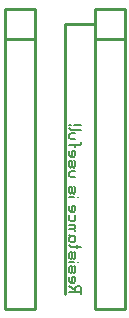
<source format=gbr>
G04 start of page 9 for group -4078 idx -4078 *
G04 Title: (unknown), bottomsilk *
G04 Creator: pcb 20110918 *
G04 CreationDate: Sun Sep  8 04:32:17 2013 UTC *
G04 For: mokus *
G04 Format: Gerber/RS-274X *
G04 PCB-Dimensions: 40000 100000 *
G04 PCB-Coordinate-Origin: lower left *
%MOIN*%
%FSLAX25Y25*%
%LNBOTTOMSILK*%
%ADD28C,0.0060*%
%ADD27C,0.0100*%
G54D27*X30000Y95000D02*X20000D01*
Y5000D01*
G54D28*X25500D02*Y7000D01*
X25000Y7500D01*
X24000D02*X25000D01*
X23500Y7000D02*X24000Y7500D01*
X23500Y5500D02*Y7000D01*
X21500Y5500D02*X25500D01*
X23500Y6300D02*X21500Y7500D01*
Y9200D02*Y10700D01*
X22000Y8700D02*X21500Y9200D01*
X22000Y8700D02*X23000D01*
X23500Y9200D01*
Y10200D01*
X23000Y10700D01*
X22500Y8700D02*Y10700D01*
X23000D01*
X21500Y12400D02*Y13900D01*
X22000Y14400D01*
X22500Y13900D02*X22000Y14400D01*
X22500Y12400D02*Y13900D01*
X23000Y11900D02*X22500Y12400D01*
X23000Y11900D02*X23500Y12400D01*
Y13900D01*
X23000Y14400D01*
X22000Y11900D02*X21500Y12400D01*
X24400Y15600D02*X24500D01*
X21500D02*X23000D01*
X21500Y17100D02*Y18600D01*
X22000Y19100D01*
X22500Y18600D02*X22000Y19100D01*
X22500Y17100D02*Y18600D01*
X23000Y16600D02*X22500Y17100D01*
X23000Y16600D02*X23500Y17100D01*
Y18600D01*
X23000Y19100D01*
X22000Y16600D02*X21500Y17100D01*
X22000Y20800D02*X25500D01*
X22000D02*X21500Y21300D01*
X24000Y20300D02*Y21300D01*
X23500Y23800D02*X23000Y24300D01*
X23500Y22800D02*Y23800D01*
X23000Y22300D02*X23500Y22800D01*
X22000Y22300D02*X23000D01*
X22000D02*X21500Y22800D01*
X22000Y24300D02*X23500D01*
X22000D02*X21500Y24800D01*
Y22800D02*Y23800D01*
X22000Y24300D01*
X21500Y26500D02*X23000D01*
X23500Y27000D01*
Y27500D01*
X23000Y28000D01*
X21500D02*X23000D01*
X23500Y26000D02*X23000Y26500D01*
X23500Y29700D02*Y31200D01*
X23000Y29200D02*X23500Y29700D01*
X22000Y29200D02*X23000D01*
X22000D02*X21500Y29700D01*
Y31200D01*
Y32900D02*Y34400D01*
X22000Y32400D02*X21500Y32900D01*
X22000Y32400D02*X23000D01*
X23500Y32900D01*
Y33900D01*
X23000Y34400D01*
X22500Y32400D02*Y34400D01*
X23000D01*
X24400Y37400D02*X24500D01*
X21500D02*X23000D01*
X21500Y38900D02*Y40400D01*
X22000Y40900D01*
X22500Y40400D02*X22000Y40900D01*
X22500Y38900D02*Y40400D01*
X23000Y38400D02*X22500Y38900D01*
X23000Y38400D02*X23500Y38900D01*
Y40400D01*
X23000Y40900D01*
X22000Y38400D02*X21500Y38900D01*
X22000Y43900D02*X23500D01*
X22000D02*X21500Y44400D01*
Y45400D01*
X22000Y45900D01*
X23500D01*
X21500Y47600D02*Y49100D01*
X22000Y49600D01*
X22500Y49100D02*X22000Y49600D01*
X22500Y47600D02*Y49100D01*
X23000Y47100D02*X22500Y47600D01*
X23000Y47100D02*X23500Y47600D01*
Y49100D01*
X23000Y49600D01*
X22000Y47100D02*X21500Y47600D01*
Y51300D02*Y52800D01*
X22000Y50800D02*X21500Y51300D01*
X22000Y50800D02*X23000D01*
X23500Y51300D01*
Y52300D01*
X23000Y52800D01*
X22500Y50800D02*Y52800D01*
X23000D01*
X21500Y54500D02*X25000D01*
X25500Y55000D01*
Y55500D01*
X23500Y54000D02*Y55000D01*
X22000Y56500D02*X23500D01*
X22000D02*X21500Y57000D01*
Y58000D01*
X22000Y58500D01*
X23500D01*
X22000Y59700D02*X25500D01*
X22000D02*X21500Y60200D01*
Y61200D02*X22000D01*
X23000D02*X25500D01*
G54D27*X40000Y100000D02*Y0D01*
X30000D02*X40000D01*
X30000Y100000D02*Y0D01*
Y100000D02*X40000D01*
X30000Y90000D02*X40000D01*
X30000Y100000D02*Y90000D01*
X10000Y100000D02*Y0D01*
X0D02*X10000D01*
X0Y100000D02*Y0D01*
Y100000D02*X10000D01*
X0Y90000D02*X10000D01*
X0Y100000D02*Y90000D01*
M02*

</source>
